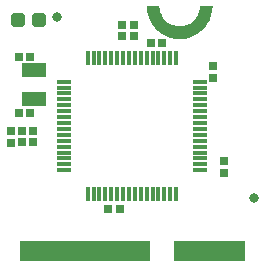
<source format=gts>
G04 EAGLE Gerber RS-274X export*
G75*
%MOMM*%
%FSLAX34Y34*%
%LPD*%
%INSoldermask Top*%
%IPPOS*%
%AMOC8*
5,1,8,0,0,1.08239X$1,22.5*%
G01*
%ADD10R,2.003200X1.203200*%
%ADD11R,0.803200X0.803200*%
%ADD12C,0.838200*%
%ADD13C,0.505344*%
%ADD14R,0.553200X1.653200*%
%ADD15C,0.555600*%
%ADD16R,1.203200X0.423200*%
%ADD17R,0.423200X1.203200*%

G36*
X154421Y192531D02*
X154421Y192531D01*
X154431Y192535D01*
X154457Y192536D01*
X158291Y193370D01*
X158299Y193375D01*
X158325Y193380D01*
X162001Y194752D01*
X162009Y194757D01*
X162033Y194766D01*
X165477Y196647D01*
X165484Y196654D01*
X165507Y196666D01*
X168648Y199017D01*
X168654Y199025D01*
X168675Y199041D01*
X171449Y201815D01*
X171454Y201824D01*
X171473Y201842D01*
X173824Y204983D01*
X173827Y204992D01*
X173843Y205013D01*
X175724Y208457D01*
X175726Y208466D01*
X175738Y208489D01*
X177110Y212165D01*
X177110Y212175D01*
X177120Y212199D01*
X177954Y216033D01*
X177953Y216043D01*
X177959Y216069D01*
X178239Y219982D01*
X178233Y220008D01*
X178237Y220033D01*
X178219Y220075D01*
X178209Y220119D01*
X178191Y220137D01*
X178180Y220161D01*
X178142Y220186D01*
X178111Y220218D01*
X178085Y220224D01*
X178064Y220238D01*
X177990Y220249D01*
X167990Y220249D01*
X167983Y220247D01*
X167976Y220249D01*
X167917Y220228D01*
X167856Y220210D01*
X167851Y220205D01*
X167844Y220202D01*
X167806Y220152D01*
X167764Y220105D01*
X167763Y220098D01*
X167758Y220092D01*
X167742Y220020D01*
X167528Y217302D01*
X166896Y214669D01*
X165860Y212169D01*
X164446Y209861D01*
X162688Y207802D01*
X160629Y206044D01*
X158321Y204630D01*
X155821Y203594D01*
X153188Y202962D01*
X150490Y202750D01*
X147792Y202962D01*
X145159Y203594D01*
X142659Y204630D01*
X140351Y206044D01*
X138292Y207802D01*
X136534Y209861D01*
X135120Y212169D01*
X134084Y214669D01*
X133452Y217302D01*
X133238Y220020D01*
X133236Y220026D01*
X133237Y220033D01*
X133211Y220091D01*
X133189Y220150D01*
X133183Y220155D01*
X133180Y220161D01*
X133127Y220196D01*
X133077Y220234D01*
X133070Y220234D01*
X133064Y220238D01*
X132990Y220249D01*
X122990Y220249D01*
X122965Y220242D01*
X122939Y220244D01*
X122899Y220223D01*
X122856Y220210D01*
X122839Y220190D01*
X122816Y220178D01*
X122794Y220139D01*
X122764Y220105D01*
X122760Y220079D01*
X122747Y220056D01*
X122741Y219982D01*
X123021Y216069D01*
X123025Y216059D01*
X123026Y216033D01*
X123860Y212199D01*
X123865Y212191D01*
X123870Y212165D01*
X125242Y208489D01*
X125247Y208481D01*
X125256Y208457D01*
X127137Y205013D01*
X127144Y205006D01*
X127156Y204983D01*
X129507Y201842D01*
X129515Y201836D01*
X129531Y201815D01*
X132305Y199041D01*
X132314Y199036D01*
X132332Y199017D01*
X135473Y196666D01*
X135482Y196663D01*
X135503Y196647D01*
X138947Y194766D01*
X138956Y194764D01*
X138979Y194752D01*
X142655Y193380D01*
X142665Y193380D01*
X142689Y193370D01*
X146523Y192536D01*
X146533Y192537D01*
X146559Y192531D01*
X150472Y192251D01*
X150482Y192253D01*
X150508Y192251D01*
X154421Y192531D01*
G37*
D10*
X26670Y166170D03*
X26670Y141170D03*
D11*
X24050Y177070D03*
X14050Y177070D03*
X24050Y129770D03*
X14050Y129770D03*
D12*
X46482Y210820D03*
X213106Y57150D03*
D13*
X17072Y204790D02*
X17072Y211770D01*
X17072Y204790D02*
X10092Y204790D01*
X10092Y211770D01*
X17072Y211770D01*
X17072Y209590D02*
X10092Y209590D01*
X34612Y211770D02*
X34612Y204790D01*
X27632Y204790D01*
X27632Y211770D01*
X34612Y211770D01*
X34612Y209590D02*
X27632Y209590D01*
D14*
X202990Y12750D03*
X197990Y12750D03*
X192990Y12750D03*
X187990Y12750D03*
X182990Y12750D03*
X177990Y12750D03*
X172990Y12750D03*
X167990Y12750D03*
X162990Y12750D03*
X157990Y12750D03*
X152990Y12750D03*
X147990Y12750D03*
X122990Y12750D03*
X117990Y12750D03*
X112990Y12750D03*
X107990Y12750D03*
X102990Y12750D03*
X97990Y12750D03*
X92990Y12750D03*
X87990Y12750D03*
X82990Y12750D03*
X77990Y12750D03*
X72990Y12750D03*
X67990Y12750D03*
X62990Y12750D03*
X57990Y12750D03*
X52990Y12750D03*
X47990Y12750D03*
X42990Y12750D03*
X37990Y12750D03*
X32990Y12750D03*
X27990Y12750D03*
X22990Y12750D03*
X17990Y12750D03*
D15*
X129490Y210000D03*
X171490Y210000D03*
X150490Y197000D03*
D11*
X90060Y48260D03*
X100060Y48260D03*
X26580Y114500D03*
X26580Y104500D03*
X178562Y159338D03*
X178562Y169338D03*
X111640Y194302D03*
X101640Y194302D03*
X187960Y88820D03*
X187960Y78820D03*
X7668Y104394D03*
X7668Y114394D03*
X17068Y114500D03*
X17068Y104500D03*
X111648Y203836D03*
X101648Y203836D03*
X135810Y188968D03*
X125810Y188968D03*
D16*
X52500Y121000D03*
X52500Y116000D03*
X52500Y131000D03*
X52500Y141000D03*
X52500Y151000D03*
X52500Y126000D03*
X52500Y136000D03*
X52500Y146000D03*
X52500Y156000D03*
X52500Y106000D03*
X52500Y96000D03*
X52500Y86000D03*
X52500Y81000D03*
X52500Y91000D03*
X52500Y101000D03*
X52500Y111000D03*
D17*
X107500Y61000D03*
X112500Y61000D03*
X97500Y61000D03*
X87500Y61000D03*
X77500Y61000D03*
X102500Y61000D03*
X92500Y61000D03*
X82500Y61000D03*
X72500Y61000D03*
X122500Y61000D03*
X132500Y61000D03*
X142500Y61000D03*
X147500Y61000D03*
X137500Y61000D03*
X127500Y61000D03*
X117500Y61000D03*
D16*
X167500Y116000D03*
X167500Y121000D03*
X167500Y106000D03*
X167500Y96000D03*
X167500Y86000D03*
X167500Y111000D03*
X167500Y101000D03*
X167500Y91000D03*
X167500Y81000D03*
X167500Y131000D03*
X167500Y141000D03*
X167500Y151000D03*
X167500Y156000D03*
X167500Y146000D03*
X167500Y136000D03*
X167500Y126000D03*
D17*
X112500Y176000D03*
X107500Y176000D03*
X122500Y176000D03*
X132500Y176000D03*
X142500Y176000D03*
X117500Y176000D03*
X127500Y176000D03*
X137500Y176000D03*
X147500Y176000D03*
X97500Y176000D03*
X87500Y176000D03*
X77500Y176000D03*
X72500Y176000D03*
X82500Y176000D03*
X92500Y176000D03*
X102500Y176000D03*
M02*

</source>
